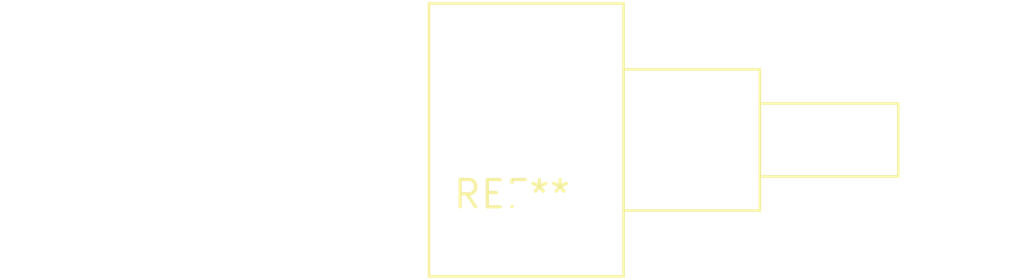
<source format=kicad_pcb>
(kicad_pcb (version 20240108) (generator pcbnew)
  (layers (0 "F.Cu" signal) (31 "B.Cu" signal) (34 "B.Paste" user) (35 "F.Paste" user) (36 "B.SilkS" user "B.Silkscreen") (37 "F.SilkS" user "F.Silkscreen") (38 "B.Mask" user) (39 "F.Mask" user) (44 "Edge.Cuts" user))
  (net 0 "")
  (footprint "Potentiometer_Vishay_148-149_Single_Horizontal" (layer "F.Cu") (at 0 0)
    (property "Reference" "REF**")
    (property "Value" "Potentiometer_Vishay_148-149_Single_Horizontal")
    (fp_line (start -3.87 -8.91) (end -3.87 3.83) (layer "F.SilkS") (stroke (width 0.12)))
    (fp_line (start -3.87 -8.91) (end 5.2 -8.91) (layer "F.SilkS") (stroke (width 0.12)))
    (fp_line (start -3.87 3.83) (end 5.2 3.83) (layer "F.SilkS") (stroke (width 0.12)))
    (fp_line (start 5.2 -8.91) (end 5.2 3.83) (layer "F.SilkS") (stroke (width 0.12)))
    (fp_line (start 5.2 -5.835) (end 5.2 0.755) (layer "F.SilkS") (stroke (width 0.12)))
    (fp_line (start 5.2 -5.835) (end 11.55 -5.835) (layer "F.SilkS") (stroke (width 0.12)))
    (fp_line (start 5.2 0.755) (end 11.55 0.755) (layer "F.SilkS") (stroke (width 0.12)))
    (fp_line (start 11.55 -5.835) (end 11.55 0.755) (layer "F.SilkS") (stroke (width 0.12)))
    (fp_line (start 11.55 -4.244) (end 11.55 -0.835) (layer "F.SilkS") (stroke (width 0.12)))
    (fp_line (start 11.55 -4.244) (end 18 -4.244) (layer "F.SilkS") (stroke (width 0.12)))
    (fp_line (start 11.55 -0.835) (end 18 -0.835) (layer "F.SilkS") (stroke (width 0.12)))
    (fp_line (start 18 -4.244) (end 18 -0.835) (layer "F.SilkS") (stroke (width 0.12)))
    (pad "1" thru_hole circle (at 0 0) (size 1.8 1.8) (drill 1) (layers *.Cu *.Mask) (remove_unused_layers))
    (pad "2" thru_hole circle (at 0 -2.54) (size 1.8 1.8) (drill 1) (layers *.Cu *.Mask) (remove_unused_layers))
    (pad "3" thru_hole circle (at 0 -5.08) (size 1.8 1.8) (drill 1) (layers *.Cu *.Mask) (remove_unused_layers))
  )
)
</source>
